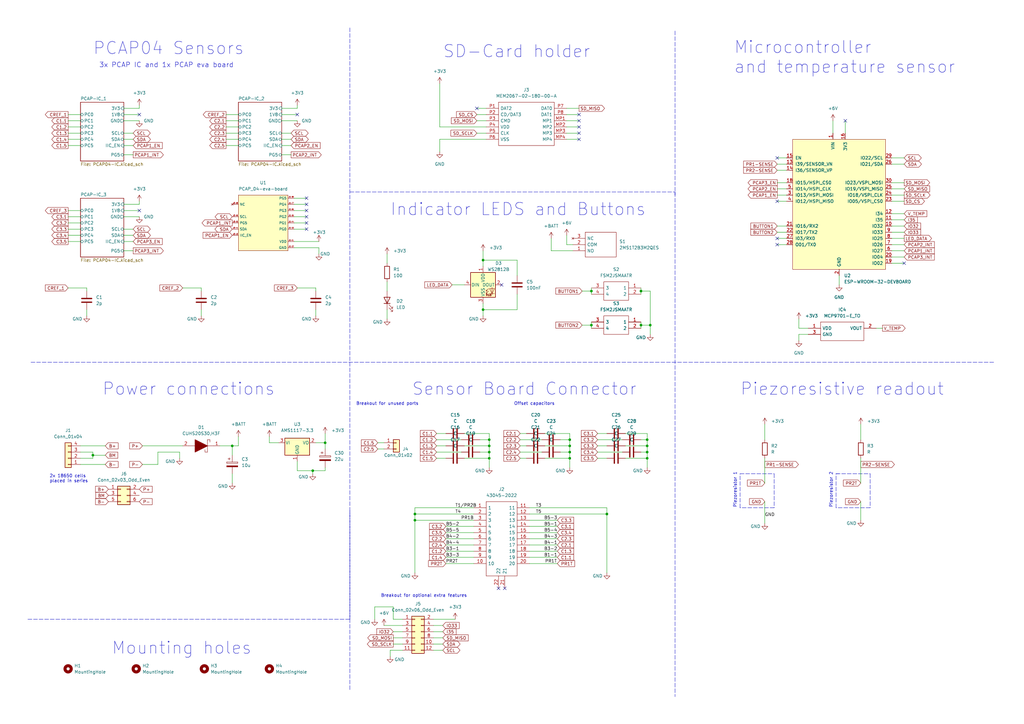
<source format=kicad_sch>
(kicad_sch (version 20211123) (generator eeschema)
  (paper "A3")
  (junction (at 200.66 187.96))
  (junction (at 233.68 187.96))
  (junction (at 265.43 182.88))
  (junction (at 233.68 182.88))
  (junction (at 262.89 133.35))
  (junction (at 265.43 180.34))
  (junction (at 170.18 213.36))
  (junction (at 233.68 185.42))
  (junction (at 262.89 119.38))
  (junction (at 248.92 210.82))
  (junction (at 200.66 185.42))
  (junction (at 95.25 182.88))
  (junction (at 266.7 133.35))
  (junction (at 200.66 180.34))
  (junction (at 233.68 180.34))
  (junction (at 133.35 181.61))
  (junction (at 265.43 185.42))
  (junction (at 198.12 127))
  (junction (at 128.27 193.04))
  (junction (at 198.12 106.68))
  (junction (at 265.43 187.96))
  (junction (at 170.18 210.82))
  (junction (at 38.1 186.69))
  (junction (at 200.66 182.88))
  (junction (at 242.57 133.35))
  (junction (at 242.57 119.38))
  (no_connect (at 205.74 116.84))
  (no_connect (at 318.77 82.55))
  (no_connect (at 346.71 49.53))
  (no_connect (at 318.77 64.77))
  (no_connect (at 318.77 97.79))
  (no_connect (at 318.77 100.33))
  (no_connect (at 237.49 54.61))
  (no_connect (at 237.49 57.15))
  (no_connect (at 237.49 52.07))
  (no_connect (at 237.49 49.53))
  (no_connect (at 121.92 46.99))
  (no_connect (at 57.15 46.99))
  (no_connect (at 57.15 86.36))
  (no_connect (at 237.49 46.99))
  (no_connect (at 195.58 44.45))
  (no_connect (at 125.73 93.98))
  (no_connect (at 125.73 83.82))
  (no_connect (at 125.73 81.28))
  (no_connect (at 125.73 91.44))
  (no_connect (at 125.73 88.9))
  (no_connect (at 125.73 86.36))
  (no_connect (at 370.84 107.95))
  (no_connect (at 207.01 241.3))
  (no_connect (at 204.47 241.3))
  (wire (pts (xy 327.66 139.7) (xy 327.66 137.16)))
  (wire (pts (xy 58.42 190.5) (xy 64.77 190.5)))
  (wire (pts (xy 313.69 187.96) (xy 313.69 198.12)))
  (wire (pts (xy 27.94 118.11) (xy 35.56 118.11)))
  (wire (pts (xy 248.92 208.28) (xy 248.92 210.82)))
  (wire (pts (xy 133.35 184.15) (xy 133.35 181.61)))
  (wire (pts (xy 27.94 54.61) (xy 33.02 54.61)))
  (wire (pts (xy 198.12 106.68) (xy 198.12 109.22)))
  (wire (pts (xy 38.1 186.69) (xy 43.18 186.69)))
  (wire (pts (xy 27.94 99.06) (xy 33.02 99.06)))
  (wire (pts (xy 318.77 95.25) (xy 322.58 95.25)))
  (wire (pts (xy 182.88 223.52) (xy 194.31 223.52)))
  (wire (pts (xy 50.8 88.9) (xy 57.15 88.9)))
  (polyline (pts (xy 342.9 208.28) (xy 342.9 194.31)))
  (polyline (pts (xy 356.87 194.31) (xy 356.87 208.28)))
  (wire (pts (xy 120.65 88.9) (xy 125.73 88.9)))
  (wire (pts (xy 120.65 91.44) (xy 125.73 91.44)))
  (wire (pts (xy 177.8 254) (xy 186.69 254)))
  (wire (pts (xy 318.77 69.85) (xy 322.58 69.85)))
  (wire (pts (xy 232.41 44.45) (xy 237.49 44.45)))
  (wire (pts (xy 217.17 215.9) (xy 228.6 215.9)))
  (wire (pts (xy 115.57 57.15) (xy 119.38 57.15)))
  (polyline (pts (xy 303.53 194.31) (xy 317.5 194.31)))
  (wire (pts (xy 229.87 180.34) (xy 233.68 180.34)))
  (wire (pts (xy 95.25 182.88) (xy 90.17 182.88)))
  (wire (pts (xy 238.76 119.38) (xy 242.57 119.38)))
  (wire (pts (xy 133.35 177.8) (xy 133.35 181.61)))
  (polyline (pts (xy 342.9 194.31) (xy 356.87 194.31)))
  (wire (pts (xy 35.56 127) (xy 35.56 129.54)))
  (wire (pts (xy 198.12 127) (xy 198.12 129.54)))
  (wire (pts (xy 195.58 54.61) (xy 199.39 54.61)))
  (wire (pts (xy 190.5 182.88) (xy 200.66 182.88)))
  (wire (pts (xy 161.29 264.16) (xy 165.1 264.16)))
  (wire (pts (xy 92.71 46.99) (xy 97.79 46.99)))
  (wire (pts (xy 256.54 177.8) (xy 265.43 177.8)))
  (wire (pts (xy 161.29 254) (xy 161.29 248.92)))
  (wire (pts (xy 232.41 54.61) (xy 237.49 54.61)))
  (wire (pts (xy 232.41 96.52) (xy 232.41 100.33)))
  (wire (pts (xy 233.68 187.96) (xy 233.68 191.77)))
  (wire (pts (xy 200.66 185.42) (xy 200.66 187.96)))
  (polyline (pts (xy 276.86 78.74) (xy 276.86 80.01)))
  (wire (pts (xy 92.71 52.07) (xy 97.79 52.07)))
  (wire (pts (xy 232.41 49.53) (xy 237.49 49.53)))
  (wire (pts (xy 365.76 67.31) (xy 370.84 67.31)))
  (wire (pts (xy 232.41 52.07) (xy 237.49 52.07)))
  (wire (pts (xy 179.07 180.34) (xy 189.23 180.34)))
  (wire (pts (xy 226.06 102.87) (xy 226.06 97.79)))
  (wire (pts (xy 265.43 187.96) (xy 265.43 191.77)))
  (polyline (pts (xy 317.5 208.28) (xy 303.53 208.28)))
  (polyline (pts (xy 143.51 78.74) (xy 276.86 78.74)))
  (wire (pts (xy 177.8 259.08) (xy 181.61 259.08)))
  (wire (pts (xy 120.65 83.82) (xy 125.73 83.82)))
  (wire (pts (xy 92.71 49.53) (xy 97.79 49.53)))
  (wire (pts (xy 365.76 100.33) (xy 370.84 100.33)))
  (wire (pts (xy 27.94 91.44) (xy 33.02 91.44)))
  (wire (pts (xy 121.92 193.04) (xy 128.27 193.04)))
  (wire (pts (xy 27.94 49.53) (xy 33.02 49.53)))
  (wire (pts (xy 248.92 210.82) (xy 248.92 234.95)))
  (wire (pts (xy 327.66 130.81) (xy 327.66 134.62)))
  (wire (pts (xy 161.29 248.92) (xy 153.67 248.92)))
  (wire (pts (xy 232.41 57.15) (xy 237.49 57.15)))
  (wire (pts (xy 365.76 107.95) (xy 370.84 107.95)))
  (wire (pts (xy 115.57 59.69) (xy 119.38 59.69)))
  (polyline (pts (xy 143.51 254) (xy 143.51 209.55)))
  (wire (pts (xy 179.07 187.96) (xy 182.88 187.96)))
  (wire (pts (xy 182.88 215.9) (xy 194.31 215.9)))
  (wire (pts (xy 318.77 82.55) (xy 322.58 82.55)))
  (wire (pts (xy 212.09 127) (xy 198.12 127)))
  (wire (pts (xy 262.89 180.34) (xy 265.43 180.34)))
  (wire (pts (xy 212.09 106.68) (xy 198.12 106.68)))
  (wire (pts (xy 180.34 62.23) (xy 180.34 57.15)))
  (wire (pts (xy 35.56 118.11) (xy 35.56 119.38)))
  (wire (pts (xy 170.18 213.36) (xy 170.18 234.95)))
  (wire (pts (xy 170.18 208.28) (xy 170.18 210.82)))
  (wire (pts (xy 182.88 226.06) (xy 194.31 226.06)))
  (wire (pts (xy 262.89 133.35) (xy 266.7 133.35)))
  (polyline (pts (xy 303.53 208.28) (xy 303.53 194.31)))
  (wire (pts (xy 242.57 133.35) (xy 242.57 134.62)))
  (wire (pts (xy 92.71 54.61) (xy 97.79 54.61)))
  (wire (pts (xy 318.77 80.01) (xy 322.58 80.01)))
  (wire (pts (xy 365.76 92.71) (xy 370.84 92.71)))
  (wire (pts (xy 365.76 90.17) (xy 370.84 90.17)))
  (polyline (pts (xy 143.51 11.43) (xy 143.51 283.21)))
  (wire (pts (xy 266.7 133.35) (xy 266.7 137.16)))
  (wire (pts (xy 190.5 187.96) (xy 200.66 187.96)))
  (wire (pts (xy 265.43 177.8) (xy 265.43 180.34)))
  (wire (pts (xy 121.92 44.45) (xy 115.57 44.45)))
  (wire (pts (xy 359.41 134.62) (xy 361.95 134.62)))
  (wire (pts (xy 233.68 182.88) (xy 233.68 185.42)))
  (wire (pts (xy 115.57 63.5) (xy 119.38 63.5)))
  (polyline (pts (xy 356.87 208.28) (xy 342.9 208.28)))
  (wire (pts (xy 245.11 187.96) (xy 248.92 187.96)))
  (wire (pts (xy 177.8 256.54) (xy 181.61 256.54)))
  (wire (pts (xy 262.89 118.11) (xy 262.89 119.38)))
  (wire (pts (xy 195.58 46.99) (xy 199.39 46.99)))
  (wire (pts (xy 245.11 180.34) (xy 255.27 180.34)))
  (wire (pts (xy 265.43 180.34) (xy 265.43 182.88)))
  (wire (pts (xy 27.94 93.98) (xy 33.02 93.98)))
  (wire (pts (xy 129.54 118.11) (xy 129.54 119.38)))
  (wire (pts (xy 266.7 119.38) (xy 262.89 119.38)))
  (wire (pts (xy 128.27 193.04) (xy 128.27 194.31)))
  (wire (pts (xy 57.15 43.18) (xy 57.15 44.45)))
  (wire (pts (xy 353.06 173.99) (xy 353.06 180.34)))
  (wire (pts (xy 130.81 101.6) (xy 120.65 101.6)))
  (wire (pts (xy 266.7 119.38) (xy 266.7 133.35)))
  (wire (pts (xy 233.68 180.34) (xy 233.68 182.88)))
  (wire (pts (xy 177.8 261.62) (xy 181.61 261.62)))
  (wire (pts (xy 179.07 185.42) (xy 189.23 185.42)))
  (wire (pts (xy 245.11 182.88) (xy 248.92 182.88)))
  (wire (pts (xy 265.43 182.88) (xy 265.43 185.42)))
  (wire (pts (xy 153.67 248.92) (xy 153.67 254)))
  (wire (pts (xy 182.88 228.6) (xy 194.31 228.6)))
  (wire (pts (xy 200.66 180.34) (xy 200.66 182.88)))
  (wire (pts (xy 217.17 231.14) (xy 228.6 231.14)))
  (wire (pts (xy 213.36 187.96) (xy 215.9 187.96)))
  (wire (pts (xy 245.11 185.42) (xy 255.27 185.42)))
  (wire (pts (xy 346.71 49.53) (xy 346.71 54.61)))
  (wire (pts (xy 365.76 97.79) (xy 370.84 97.79)))
  (wire (pts (xy 213.36 180.34) (xy 222.25 180.34)))
  (wire (pts (xy 313.69 205.74) (xy 313.69 214.63)))
  (wire (pts (xy 120.65 93.98) (xy 125.73 93.98)))
  (wire (pts (xy 121.92 43.18) (xy 121.92 44.45)))
  (wire (pts (xy 92.71 57.15) (xy 97.79 57.15)))
  (wire (pts (xy 97.79 179.07) (xy 97.79 182.88)))
  (wire (pts (xy 318.77 74.93) (xy 322.58 74.93)))
  (wire (pts (xy 133.35 181.61) (xy 129.54 181.61)))
  (wire (pts (xy 327.66 137.16) (xy 331.47 137.16)))
  (wire (pts (xy 82.55 127) (xy 82.55 129.54)))
  (wire (pts (xy 196.85 185.42) (xy 200.66 185.42)))
  (wire (pts (xy 33.02 182.88) (xy 43.18 182.88)))
  (wire (pts (xy 129.54 127) (xy 129.54 129.54)))
  (wire (pts (xy 120.65 86.36) (xy 125.73 86.36)))
  (wire (pts (xy 50.8 96.52) (xy 54.61 96.52)))
  (wire (pts (xy 50.8 54.61) (xy 54.61 54.61)))
  (wire (pts (xy 27.94 59.69) (xy 33.02 59.69)))
  (wire (pts (xy 262.89 185.42) (xy 265.43 185.42)))
  (wire (pts (xy 365.76 102.87) (xy 370.84 102.87)))
  (wire (pts (xy 165.1 254) (xy 161.29 254)))
  (wire (pts (xy 256.54 182.88) (xy 265.43 182.88)))
  (wire (pts (xy 318.77 92.71) (xy 322.58 92.71)))
  (wire (pts (xy 170.18 210.82) (xy 170.18 213.36)))
  (wire (pts (xy 38.1 186.69) (xy 38.1 185.42)))
  (wire (pts (xy 110.49 179.07) (xy 110.49 181.61)))
  (wire (pts (xy 50.8 93.98) (xy 54.61 93.98)))
  (wire (pts (xy 195.58 44.45) (xy 199.39 44.45)))
  (wire (pts (xy 73.66 187.96) (xy 73.66 185.42)))
  (wire (pts (xy 33.02 187.96) (xy 38.1 187.96)))
  (wire (pts (xy 57.15 83.82) (xy 50.8 83.82)))
  (wire (pts (xy 200.66 177.8) (xy 200.66 180.34)))
  (wire (pts (xy 182.88 220.98) (xy 194.31 220.98)))
  (wire (pts (xy 177.8 264.16) (xy 181.61 264.16)))
  (wire (pts (xy 262.89 119.38) (xy 262.89 120.65)))
  (wire (pts (xy 115.57 46.99) (xy 121.92 46.99)))
  (wire (pts (xy 160.02 266.7) (xy 165.1 266.7)))
  (wire (pts (xy 217.17 223.52) (xy 228.6 223.52)))
  (wire (pts (xy 120.65 81.28) (xy 125.73 81.28)))
  (wire (pts (xy 50.8 86.36) (xy 57.15 86.36)))
  (wire (pts (xy 256.54 187.96) (xy 265.43 187.96)))
  (wire (pts (xy 180.34 34.29) (xy 180.34 52.07)))
  (wire (pts (xy 161.29 259.08) (xy 165.1 259.08)))
  (wire (pts (xy 57.15 82.55) (xy 57.15 83.82)))
  (wire (pts (xy 160.02 269.24) (xy 160.02 266.7)))
  (wire (pts (xy 92.71 59.69) (xy 97.79 59.69)))
  (polyline (pts (xy 12.7 148.59) (xy 407.67 148.59)))
  (wire (pts (xy 27.94 96.52) (xy 33.02 96.52)))
  (wire (pts (xy 158.75 104.14) (xy 158.75 107.95)))
  (wire (pts (xy 158.75 127) (xy 158.75 130.81)))
  (wire (pts (xy 365.76 105.41) (xy 370.84 105.41)))
  (wire (pts (xy 195.58 49.53) (xy 199.39 49.53)))
  (wire (pts (xy 245.11 177.8) (xy 248.92 177.8)))
  (wire (pts (xy 353.06 187.96) (xy 353.06 198.12)))
  (wire (pts (xy 223.52 177.8) (xy 233.68 177.8)))
  (wire (pts (xy 318.77 100.33) (xy 322.58 100.33)))
  (wire (pts (xy 198.12 124.46) (xy 198.12 127)))
  (wire (pts (xy 242.57 118.11) (xy 242.57 119.38)))
  (wire (pts (xy 242.57 132.08) (xy 242.57 133.35)))
  (wire (pts (xy 365.76 64.77) (xy 370.84 64.77)))
  (wire (pts (xy 182.88 218.44) (xy 194.31 218.44)))
  (wire (pts (xy 344.17 113.03) (xy 344.17 116.84)))
  (wire (pts (xy 27.94 52.07) (xy 33.02 52.07)))
  (wire (pts (xy 157.48 256.54) (xy 165.1 256.54)))
  (wire (pts (xy 223.52 187.96) (xy 233.68 187.96)))
  (wire (pts (xy 180.34 57.15) (xy 199.39 57.15)))
  (wire (pts (xy 180.34 52.07) (xy 199.39 52.07)))
  (wire (pts (xy 50.8 46.99) (xy 57.15 46.99)))
  (wire (pts (xy 365.76 82.55) (xy 370.84 82.55)))
  (wire (pts (xy 133.35 191.77) (xy 133.35 193.04)))
  (wire (pts (xy 27.94 57.15) (xy 33.02 57.15)))
  (wire (pts (xy 121.92 118.11) (xy 129.54 118.11)))
  (wire (pts (xy 97.79 182.88) (xy 95.25 182.88)))
  (wire (pts (xy 200.66 182.88) (xy 200.66 185.42)))
  (wire (pts (xy 262.89 132.08) (xy 262.89 133.35)))
  (wire (pts (xy 58.42 182.88) (xy 74.93 182.88)))
  (wire (pts (xy 57.15 44.45) (xy 50.8 44.45)))
  (wire (pts (xy 233.68 185.42) (xy 233.68 187.96)))
  (wire (pts (xy 242.57 119.38) (xy 242.57 120.65)))
  (wire (pts (xy 223.52 182.88) (xy 233.68 182.88)))
  (wire (pts (xy 212.09 113.03) (xy 212.09 106.68)))
  (wire (pts (xy 64.77 190.5) (xy 64.77 185.42)))
  (wire (pts (xy 130.81 104.14) (xy 130.81 101.6)))
  (wire (pts (xy 115.57 49.53) (xy 121.92 49.53)))
  (wire (pts (xy 217.17 218.44) (xy 228.6 218.44)))
  (wire (pts (xy 50.8 63.5) (xy 54.61 63.5)))
  (wire (pts (xy 74.93 118.11) (xy 82.55 118.11)))
  (wire (pts (xy 365.76 77.47) (xy 370.84 77.47)))
  (wire (pts (xy 365.76 87.63) (xy 370.84 87.63)))
  (wire (pts (xy 229.87 185.42) (xy 233.68 185.42)))
  (wire (pts (xy 232.41 46.99) (xy 237.49 46.99)))
  (wire (pts (xy 200.66 187.96) (xy 200.66 191.77)))
  (wire (pts (xy 182.88 231.14) (xy 194.31 231.14)))
  (wire (pts (xy 38.1 187.96) (xy 38.1 186.69)))
  (wire (pts (xy 196.85 180.34) (xy 200.66 180.34)))
  (wire (pts (xy 27.94 46.99) (xy 33.02 46.99)))
  (wire (pts (xy 213.36 182.88) (xy 215.9 182.88)))
  (wire (pts (xy 217.17 213.36) (xy 228.6 213.36)))
  (wire (pts (xy 365.76 74.93) (xy 370.84 74.93)))
  (wire (pts (xy 198.12 102.87) (xy 198.12 106.68)))
  (wire (pts (xy 262.89 133.35) (xy 262.89 134.62)))
  (wire (pts (xy 38.1 185.42) (xy 33.02 185.42)))
  (wire (pts (xy 265.43 185.42) (xy 265.43 187.96)))
  (wire (pts (xy 217.17 208.28) (xy 248.92 208.28)))
  (wire (pts (xy 318.77 77.47) (xy 322.58 77.47)))
  (wire (pts (xy 64.77 185.42) (xy 73.66 185.42)))
  (wire (pts (xy 50.8 59.69) (xy 54.61 59.69)))
  (wire (pts (xy 213.36 177.8) (xy 215.9 177.8)))
  (wire (pts (xy 365.76 80.01) (xy 370.84 80.01)))
  (wire (pts (xy 341.63 49.53) (xy 341.63 54.61)))
  (wire (pts (xy 27.94 86.36) (xy 33.02 86.36)))
  (wire (pts (xy 110.49 181.61) (xy 114.3 181.61)))
  (wire (pts (xy 313.69 173.99) (xy 313.69 180.34)))
  (wire (pts (xy 177.8 266.7) (xy 181.61 266.7)))
  (wire (pts (xy 120.65 99.06) (xy 130.81 99.06)))
  (wire (pts (xy 50.8 57.15) (xy 54.61 57.15)))
  (wire (pts (xy 318.77 64.77) (xy 322.58 64.77)))
  (wire (pts (xy 33.02 190.5) (xy 43.18 190.5)))
  (wire (pts (xy 234.95 100.33) (xy 232.41 100.33)))
  (wire (pts (xy 133.35 193.04) (xy 128.27 193.04)))
  (wire (pts (xy 318.77 67.31) (xy 322.58 67.31)))
  (wire (pts (xy 170.18 213.36) (xy 194.31 213.36)))
  (wire (pts (xy 82.55 118.11) (xy 82.55 119.38)))
  (wire (pts (xy 238.76 133.35) (xy 242.57 133.35)))
  (wire (pts (xy 50.8 102.87) (xy 54.61 102.87)))
  (wire (pts (xy 154.94 184.15) (xy 157.48 184.15)))
  (wire (pts (xy 95.25 194.31) (xy 95.25 198.12)))
  (wire (pts (xy 327.66 134.62) (xy 331.47 134.62)))
  (polyline (pts (xy 276.86 12.7) (xy 276.86 285.75)))
  (wire (pts (xy 27.94 88.9) (xy 33.02 88.9)))
  (wire (pts (xy 170.18 208.28) (xy 194.31 208.28)))
  (wire (pts (xy 50.8 49.53) (xy 57.15 49.53)))
  (polyline (pts (xy 342.9 194.31) (xy 344.17 194.31)))
  (wire (pts (xy 154.94 181.61) (xy 157.48 181.61)))
  (wire (pts (xy 213.36 185.42) (xy 222.25 185.42)))
  (wire (pts (xy 158.75 115.57) (xy 158.75 119.38)))
  (wire (pts (xy 95.25 182.88) (xy 95.25 186.69)))
  (wire (pts (xy 190.5 177.8) (xy 200.66 177.8)))
  (wire (pts (xy 217.17 226.06) (xy 228.6 226.06)))
  (wire (pts (xy 50.8 99.06) (xy 54.61 99.06)))
  (wire (pts (xy 179.07 182.88) (xy 182.88 182.88)))
  (wire (pts (xy 185.42 116.84) (xy 190.5 116.84)))
  (wire (pts (xy 170.18 210.82) (xy 194.31 210.82)))
  (wire (pts (xy 318.77 97.79) (xy 322.58 97.79)))
  (wire (pts (xy 161.29 261.62) (xy 165.1 261.62)))
  (wire (pts (xy 365.76 95.25) (xy 370.84 95.25)))
  (wire (pts (xy 233.68 177.8) (xy 233.68 180.34)))
  (wire (pts (xy 121.92 189.23) (xy 121.92 193.04)))
  (wire (pts (xy 212.09 120.65) (xy 212.09 127)))
  (polyline (pts (xy 317.5 194.31) (xy 317.5 208.28)))
  (polyline (pts (xy 11.43 254) (xy 143.51 254)))
  (wire (pts (xy 217.17 220.98) (xy 228.6 220.98)))
  (wire (pts (xy 179.07 177.8) (xy 182.88 177.8)))
  (wire (pts (xy 217.17 228.6) (xy 228.6 228.6)))
  (wire (pts (xy 248.92 210.82) (xy 217.17 210.82)))
  (wire (pts (xy 115.57 54.61) (xy 119.38 54.61)))
  (wire (pts (xy 226.06 102.87) (xy 234.95 102.87)))
  (wire (pts (xy 353.06 205.74) (xy 353.06 213.36)))
  (text "Power connections" (at 41.91 162.56 0) (effects (font (size 5 5)) (justify left bottom)))
  (text "Mounting holes\n\n" (at 45.72 276.86 0) (effects (font (size 5 5)) (justify left bottom)))
  (text "Breakout for unused ports" (at 146.05 166.37 0) (effects (font (size 1.27 1.27)) (justify left bottom)))
  (text "Indicator LEDS and Buttons" (at 160.02 88.9 0) (effects (font (size 5 5)) (justify left bottom)))
  (text "Offset capacitors" (at 210.82 166.37 0) (effects (font (size 1.27 1.27)) (justify left bottom)))
  (text "2x 18650 cells\nplaced in series" (at 20.32 198.12 0) (effects (font (size 1.27 1.27)) (justify left bottom)))
  (text "Piezoresistor 1" (at 302.26 208.28 90) (effects (font (size 1.27 1.27)) (justify left bottom)))
  (text "Sensor Board Connector" (at 168.91 162.56 0) (effects (font (size 5 5)) (justify left bottom)))
  (text "PCAP04 Sensors" (at 38.1 22.86 0) (effects (font (size 5 5)) (justify left bottom)))
  (text "SD-Card holder" (at 181.61 24.13 0) (effects (font (size 5 5)) (justify left bottom)))
  (text "Breakout for optional extra features" (at 156.21 245.11 0) (effects (font (size 1.27 1.27)) (justify left bottom)))
  (text "Piezoresistive readout" (at 303.53 162.56 0) (effects (font (size 5 5)) (justify left bottom)))
  (text "3x PCAP IC and 1x PCAP eva board" (at 40.64 27.94 0) (effects (font (size 2 2)) (justify left bottom)))
  (text "Piezoresistor 2" (at 341.63 208.28 90) (effects (font (size 1.27 1.27)) (justify left bottom)))
  (text "Microcontroller\nand temperature sensor" (at 300.99 30.48 0) (effects (font (size 5 5)) (justify left bottom)))
  (label "PR2T" (at 182.88 231.14 0))
  (label "B4-1" (at 228.6 223.52 180))
  (label "T4" (at 186.69 210.82 0))
  (label "B1-1" (at 228.6 228.6 180))
  (label "B4-4" (at 182.88 223.52 0))
  (label "T3" (at 219.71 208.28 0))
  (label "PR1T" (at 223.52 231.14 0))
  (label "B4-3" (at 228.6 220.98 180))
  (label "B4-2" (at 182.88 220.98 0))
  (label "PR1B" (at 194.31 213.36 180))
  (label "T5" (at 219.71 210.82 0))
  (label "B3-1" (at 182.88 226.06 0))
  (label "GND" (at 313.69 212.09 0))
  (label "B3-2" (at 228.6 226.06 180))
  (label "B5-1" (at 228.6 215.9 180))
  (label "B5-5" (at 182.88 218.44 0))
  (label "B5-4" (at 228.6 218.44 180))
  (label "B5-2" (at 182.88 215.9 0))
  (label "T1{slash}PR2B" (at 186.69 208.28 0))
  (label "B3-3" (at 182.88 228.6 0))
  (label "B5-3" (at 228.6 213.36 180))
  (global_label "C3.2" (shape input) (at 182.88 215.9 180) (property "Intersheet References" "${INTERSHEET_REFS}" (effects hide)))
  (global_label "IO33" (shape input) (at 370.84 95.25 0) (property "Intersheet References" "${INTERSHEET_REFS}" (effects hide)))
  (global_label "C1.2" (shape input) (at 179.07 180.34 180) (property "Intersheet References" "${INTERSHEET_REFS}" (effects hide)))
  (global_label "PCAP3_INT" (shape output) (at 54.61 102.87 0) (property "Intersheet References" "${INTERSHEET_REFS}" (effects hide)))
  (global_label "SDA" (shape bidirectional) (at 54.61 96.52 0) (property "Intersheet References" "${INTERSHEET_REFS}" (effects hide)))
  (global_label "C3.2" (shape input) (at 245.11 180.34 180) (property "Intersheet References" "${INTERSHEET_REFS}" (effects hide)))
  (global_label "C2.2" (shape input) (at 182.88 220.98 180) (property "Intersheet References" "${INTERSHEET_REFS}" (effects hide)))
  (global_label "C2.1" (shape output) (at 92.71 49.53 180) (property "Intersheet References" "${INTERSHEET_REFS}" (effects hide)))
  (global_label "C1.4" (shape input) (at 179.07 185.42 180) (property "Intersheet References" "${INTERSHEET_REFS}" (effects hide)))
  (global_label "CREF_3" (shape input) (at 121.92 118.11 180) (property "Intersheet References" "${INTERSHEET_REFS}" (effects hide)))
  (global_label "P-" (shape input) (at 58.42 190.5 180) (property "Intersheet References" "${INTERSHEET_REFS}" (effects hide)))
  (global_label "SD_MISO" (shape input) (at 370.84 77.47 0) (property "Intersheet References" "${INTERSHEET_REFS}" (effects hide)))
  (global_label "PCAP2_EN" (shape input) (at 119.38 59.69 0) (property "Intersheet References" "${INTERSHEET_REFS}" (effects hide)))
  (global_label "PR1T" (shape input) (at 313.69 198.12 180) (property "Intersheet References" "${INTERSHEET_REFS}" (effects hide)))
  (global_label "PCAP3_INT" (shape input) (at 370.84 105.41 0) (property "Intersheet References" "${INTERSHEET_REFS}" (effects hide)))
  (global_label "C2.4" (shape output) (at 92.71 57.15 180) (property "Intersheet References" "${INTERSHEET_REFS}" (effects hide)))
  (global_label "SD_MISO" (shape input) (at 181.61 261.62 0) (property "Intersheet References" "${INTERSHEET_REFS}" (effects hide)))
  (global_label "V_TEMP" (shape output) (at 361.95 134.62 0) (property "Intersheet References" "${INTERSHEET_REFS}" (effects hide)))
  (global_label "BM" (shape input) (at 44.45 203.2 180) (property "Intersheet References" "${INTERSHEET_REFS}" (effects hide)))
  (global_label "C1.5" (shape input) (at 154.94 181.61 180) (property "Intersheet References" "${INTERSHEET_REFS}" (effects hide)))
  (global_label "PR1-SENSE" (shape input) (at 318.77 67.31 180) (property "Intersheet References" "${INTERSHEET_REFS}" (effects hide)))
  (global_label "P-" (shape input) (at 57.15 205.74 0) (property "Intersheet References" "${INTERSHEET_REFS}" (effects hide)))
  (global_label "SDA" (shape bidirectional) (at 54.61 57.15 0) (property "Intersheet References" "${INTERSHEET_REFS}" (effects hide)))
  (global_label "I35" (shape input) (at 181.61 259.08 0) (property "Intersheet References" "${INTERSHEET_REFS}" (effects hide)))
  (global_label "PCAP1_EN" (shape input) (at 95.25 96.52 180) (property "Intersheet References" "${INTERSHEET_REFS}" (effects hide)))
  (global_label "C3.3" (shape output) (at 27.94 93.98 180) (property "Intersheet References" "${INTERSHEET_REFS}" (effects hide)))
  (global_label "C2.1" (shape input) (at 228.6 223.52 0) (property "Intersheet References" "${INTERSHEET_REFS}" (effects hide)))
  (global_label "C2.3" (shape output) (at 92.71 54.61 180) (property "Intersheet References" "${INTERSHEET_REFS}" (effects hide)))
  (global_label "SCL" (shape bidirectional) (at 370.84 64.77 0) (property "Intersheet References" "${INTERSHEET_REFS}" (effects hide)))
  (global_label "PR2-SENSE" (shape output) (at 353.06 190.5 0) (property "Intersheet References" "${INTERSHEET_REFS}" (effects hide)))
  (global_label "PR2-SENSE" (shape input) (at 318.77 69.85 180) (property "Intersheet References" "${INTERSHEET_REFS}" (effects hide)))
  (global_label "PCAP2_INT" (shape output) (at 119.38 63.5 0) (property "Intersheet References" "${INTERSHEET_REFS}" (effects hide)))
  (global_label "SD_CS" (shape output) (at 370.84 82.55 0) (property "Intersheet References" "${INTERSHEET_REFS}" (effects hide)))
  (global_label "BUTTON1" (shape input) (at 318.77 92.71 180) (property "Intersheet References" "${INTERSHEET_REFS}" (effects hide)))
  (global_label "SD_MOSI" (shape output) (at 370.84 74.93 0) (property "Intersheet References" "${INTERSHEET_REFS}" (effects hide)))
  (global_label "GND" (shape input) (at 353.06 205.74 180) (property "Intersheet References" "${INTERSHEET_REFS}" (effects hide)))
  (global_label "PCAP1_INT" (shape output) (at 54.61 63.5 0) (property "Intersheet References" "${INTERSHEET_REFS}" (effects hide)))
  (global_label "C3.1" (shape output) (at 27.94 88.9 180) (property "Intersheet References" "${INTERSHEET_REFS}" (effects hide)))
  (global_label "BM" (shape input) (at 43.18 186.69 0) (property "Intersheet References" "${INTERSHEET_REFS}" (effects hide)))
  (global_label "BUTTON1" (shape input) (at 238.76 119.38 180) (property "Intersheet References" "${INTERSHEET_REFS}" (effects hide)))
  (global_label "C2.2" (shape input) (at 213.36 180.34 180) (property "Intersheet References" "${INTERSHEET_REFS}" (effects hide)))
  (global_label "C1.3" (shape input) (at 179.07 182.88 180) (property "Intersheet References" "${INTERSHEET_REFS}" (effects hide)))
  (global_label "C2.3" (shape input) (at 213.36 182.88 180) (property "Intersheet References" "${INTERSHEET_REFS}" (effects hide)))
  (global_label "B-" (shape input) (at 44.45 205.74 180) (property "Intersheet References" "${INTERSHEET_REFS}" (effects hide)))
  (global_label "PR2T" (shape input) (at 353.06 198.12 180) (property "Intersheet References" "${INTERSHEET_REFS}" (effects hide)))
  (global_label "C2.5" (shape output) (at 92.71 59.69 180) (property "Intersheet References" "${INTERSHEET_REFS}" (effects hide)))
  (global_label "C3.4" (shape input) (at 245.11 185.42 180) (property "Intersheet References" "${INTERSHEET_REFS}" (effects hide)))
  (global_label "SCL" (shape bidirectional) (at 54.61 93.98 0) (property "Intersheet References" "${INTERSHEET_REFS}" (effects hide)))
  (global_label "CREF_2" (shape input) (at 74.93 118.11 180) (property "Intersheet References" "${INTERSHEET_REFS}" (effects hide)))
  (global_label "SCL" (shape bidirectional) (at 119.38 54.61 0) (property "Intersheet References" "${INTERSHEET_REFS}" (effects hide)))
  (global_label "C3.5" (shape input) (at 245.11 187.96 180) (property "Intersheet References" "${INTERSHEET_REFS}" (effects hide)))
  (global_label "C2.3" (shape input) (at 228.6 220.98 0) (property "Intersheet References" "${INTERSHEET_REFS}" (effects hide)))
  (global_label "CREF_2" (shape output) (at 92.71 46.99 180) (property "Intersheet References" "${INTERSHEET_REFS}" (effects hide)))
  (global_label "C3.4" (shape input) (at 228.6 218.44 0) (property "Intersheet References" "${INTERSHEET_REFS}" (effects hide)))
  (global_label "C3.5" (shape input) (at 182.88 218.44 180) (property "Intersheet References" "${INTERSHEET_REFS}" (effects hide)))
  (global_label "PR1-SENSE" (shape output) (at 313.69 190.5 0) (property "Intersheet References" "${INTERSHEET_REFS}" (effects hide)))
  (global_label "PCAP1_INT" (shape input) (at 370.84 102.87 0) (property "Intersheet References" "${INTERSHEET_REFS}" (effects hide)))
  (global_label "PCAP3_EN" (shape input) (at 54.61 99.06 0) (property "Intersheet References" "${INTERSHEET_REFS}" (effects hide)))
  (global_label "C3.3" (shape input) (at 245.11 182.88 180) (property "Intersheet References" "${INTERSHEET_REFS}" (effects hide)))
  (global_label "I35" (shape input) (at 370.84 90.17 0) (property "Intersheet References" "${INTERSHEET_REFS}" (effects hide)))
  (global_label "C2.1" (shape input) (at 213.36 177.8 180) (property "Intersheet References" "${INTERSHEET_REFS}" (effects hide)))
  (global_label "C1.1" (shape input) (at 179.07 177.8 180) (property "Intersheet References" "${INTERSHEET_REFS}" (effects hide)))
  (global_label "IO33" (shape input) (at 181.61 256.54 0) (property "Intersheet References" "${INTERSHEET_REFS}" (effects hide)))
  (global_label "C1.4" (shape output) (at 27.94 57.15 180) (property "Intersheet References" "${INTERSHEET_REFS}" (effects hide)))
  (global_label "SDA" (shape bidirectional) (at 370.84 67.31 0) (property "Intersheet References" "${INTERSHEET_REFS}" (effects hide)))
  (global_label "CREF_1" (shape input) (at 27.94 118.11 180) (property "Intersheet References" "${INTERSHEET_REFS}" (effects hide)))
  (global_label "IO32" (shape input) (at 161.29 259.08 180) (property "Intersheet References" "${INTERSHEET_REFS}" (effects hide)))
  (global_label "C2.4" (shape input) (at 213.36 185.42 180) (property "Intersheet References" "${INTERSHEET_REFS}" (effects hide)))
  (global_label "V_TEMP" (shape input) (at 370.84 87.63 0) (property "Intersheet References" "${INTERSHEET_REFS}" (effects hide)))
  (global_label "P+" (shape input) (at 57.15 200.66 0) (property "Intersheet References" "${INTERSHEET_REFS}" (effects hide)))
  (global_label "LED_DATA" (shape input) (at 185.42 116.84 180) (property "Intersheet References" "${INTERSHEET_REFS}" (effects hide)))
  (global_label "SD_SCLK" (shape output) (at 161.29 264.16 180) (property "Intersheet References" "${INTERSHEET_REFS}" (effects hide)))
  (global_label "C2.5" (shape input) (at 154.94 184.15 180) (property "Intersheet References" "${INTERSHEET_REFS}" (effects hide)))
  (global_label "B-" (shape input) (at 43.18 190.5 0) (property "Intersheet References" "${INTERSHEET_REFS}" (effects hide)))
  (global_label "C1.5" (shape input) (at 179.07 187.96 180) (property "Intersheet References" "${INTERSHEET_REFS}" (effects hide)))
  (global_label "C2.5" (shape input) (at 213.36 187.96 180) (property "Intersheet References" "${INTERSHEET_REFS}" (effects hide)))
  (global_label "GND" (shape input) (at 313.69 205.74 180) (property "Intersheet References" "${INTERSHEET_REFS}" (effects hide)))
  (global_label "C1.1" (shape output) (at 27.94 49.53 180) (property "Intersheet References" "${INTERSHEET_REFS}" (effects hide)))
  (global_label "C3.1" (shape input) (at 245.11 177.8 180) (property "Intersheet References" "${INTERSHEET_REFS}" (effects hide)))
  (global_label "CREF_3" (shape output) (at 27.94 86.36 180) (property "Intersheet References" "${INTERSHEET_REFS}" (effects hide)))
  (global_label "PCAP1_INT" (shape output) (at 95.25 91.44 180) (property "Intersheet References" "${INTERSHEET_REFS}" (effects hide)))
  (global_label "C3.3" (shape input) (at 228.6 213.36 0) (property "Intersheet References" "${INTERSHEET_REFS}" (effects hide)))
  (global_label "C1.1" (shape input) (at 228.6 228.6 0) (property "Intersheet References" "${INTERSHEET_REFS}" (effects hide)))
  (global_label "SD_MOSI" (shape input) (at 195.58 49.53 180) (property "Intersheet References" "${INTERSHEET_REFS}" (effects hide)))
  (global_label "C1.3" (shape input) (at 228.6 226.06 0) (property "Intersheet References" "${INTERSHEET_REFS}" (effects hide)))
  (global_label "CREF_1" (shape output) (at 27.94 46.99 180) (property "Intersheet References" "${INTERSHEET_REFS}" (effects hide)))
  (global_label "C2.2" (shape output) (at 92.71 52.07 180) (property "Intersheet References" "${INTERSHEET_REFS}" (effects hide)))
  (global_label "PCAP1_EN" (shape input) (at 54.61 59.69 0) (property "Intersheet References" "${INTERSHEET_REFS}" (effects hide)))
  (global_label "PR2T" (shape input) (at 182.88 231.14 180) (property "Intersheet References" "${INTERSHEET_REFS}" (effects hide)))
  (global_label "IO32" (shape input) (at 370.84 92.71 0) (property "Intersheet References" "${INTERSHEET_REFS}" (effects hide)))
  (global_label "SDA" (shape bidirectional) (at 119.38 57.15 0) (property "Intersheet References" "${INTERSHEET_REFS}" (effects hide)))
  (global_label "C3.1" (shape input) (at 228.6 215.9 0) (property "Intersheet References" "${INTERSHEET_REFS}" (effects hide)))
  (global_label "PCAP2_INT" (shape input) (at 370.84 100.33 0) (property "Intersheet References" "${INTERSHEET_REFS}" (effects hide)))
  (global_label "SDA" (shape bidirectional) (at 95.25 93.98 180) (property "Intersheet References" "${INTERSHEET_REFS}" (effects hide)))
  (global_label "C1.5" (shape output) (at 27.94 59.69 180) (property "Intersheet References" "${INTERSHEET_REFS}" (effects hide)))
  (global_label "SCL" (shape bidirectional) (at 95.25 88.9 180) (property "Intersheet References" "${INTERSHEET_REFS}" (effects hide)))
  (global_label "C1.4" (shape input) (at 182.88 228.6 180) (property "Intersheet References" "${INTERSHEET_REFS}" (effects hide)))
  (global_label "SCL" (shape bidirectional) (at 54.61 54.61 0) (property "Intersheet References" "${INTERSHEET_REFS}" (effects hide)))
  (global_label "SD_CS" (shape input) (at 195.58 46.99 180) (property "Intersheet References" "${INTERSHEET_REFS}" (effects hide)))
  (global_label "B+" (shape input) (at 44.45 200.66 180) (property "Intersheet References" "${INTERSHEET_REFS}" (effects hide)))
  (global_label "C1.3" (shape output) (at 27.94 54.61 180) (property "Intersheet References" "${INTERSHEET_REFS}" (effects hide)))
  (global_label "C1.2" (shape input) (at 182.88 226.06 180) (property "Intersheet References" "${INTERSHEET_REFS}" (effects hide)))
  (global_label "C2.4" (shape input) (at 182.88 223.52 180) (property "Intersheet References" "${INTERSHEET_REFS}" (effects hide)))
  (global_label "PCAP3_EN" (shape output) (at 318.77 74.93 180) (property "Intersheet References" "${INTERSHEET_REFS}" (effects hide)))
  (global_label "C1.2" (shape output) (at 27.94 52.07 180) (property "Intersheet References" "${INTERSHEET_REFS}" (effects hide)))
  (global_label "SD_SCLK" (shape input) (at 195.58 54.61 180) (property "Intersheet References" "${INTERSHEET_REFS}" (effects hide)))
  (global_label "BUTTON2" (shape input) (at 238.76 133.35 180) (property "Intersheet References" "${INTERSHEET_REFS}" (effects hide)))
  (global_label "BUTTON2" (shape input) (at 318.77 95.25 180) (property "Intersheet References" "${INTERSHEET_REFS}" (effects hide)))
  (global_label "P+" (shape input) (at 58.42 182.88 180) (property "Intersheet References" "${INTERSHEET_REFS}" (effects hide)))
  (global_label "SCL" (shape bidirectional) (at 181.61 266.7 0) (property "Intersheet References" "${INTERSHEET_REFS}" (effects hide)))
  (global_label "SD_SCLK" (shape output) (at 370.84 80.01 0) (property "Intersheet References" "${INTERSHEET_REFS}" (effects hide)))
  (global_label "SDA" (shape bidirectional) (at 181.61 264.16 0) (property "Intersheet References" "${INTERSHEET_REFS}" (effects hide)))
  (global_label "C3.2" (shape output) (at 27.94 91.44 180) (property "Intersheet References" "${INTERSHEET_REFS}" (effects hide)))
  (global_label "PR1T" (shape input) (at 228.6 231.14 0) (property "Intersheet References" "${INTERSHEET_REFS}" (effects hide)))
  (global_label "LED_DATA" (shape output) (at 370.84 97.79 0) (property "Intersheet References" "${INTERSHEET_REFS}" (effects hide)))
  (global_label "PCAP1_EN" (shape output) (at 318.77 80.01 180) (property "Intersheet References" "${INTERSHEET_REFS}" (effects hide)))
  (global_label "C3.5" (shape output) (at 27.94 99.06 180) (property "Intersheet References" "${INTERSHEET_REFS}" (effects hide)))
  (global_label "PCAP2_EN" (shape output) (at 318.77 77.47 180) (property "Intersheet References" "${INTERSHEET_REFS}" (effects hide)))
  (global_label "C3.4" (shape output) (at 27.94 96.52 180) (property "Intersheet References" "${INTERSHEET_REFS}" (effects hide)))
  (global_label "SD_MISO" (shape output) (at 237.49 44.45 0) (property "Intersheet References" "${INTERSHEET_REFS}" (effects hide)))
  (global_label "SD_MOSI" (shape output) (at 161.29 261.62 180) (property "Intersheet References" "${INTERSHEET_REFS}" (effects hide)))
  (global_label "B+" (shape input) (at 43.18 182.88 0) (property "Intersheet References" "${INTERSHEET_REFS}" (effects hide)))
  (symbol (lib_id "power:+3V3") (at 180.34 34.29 0) (unit 1)
    (property "Reference" "#PWR020" (effects hide))
    (property "Value" "+3V3" (at 180.34 29.21 0))
  )
  (symbol (lib_id "Device:C") (at 226.06 185.42 270) (unit 1)
    (property "Reference" "C24" (at 226.06 177.8 90))
    (property "Value" "C" (at 226.06 180.34 90))
    (property "Footprint" "Capacitor_SMD:C_0603_1608Metric_Pad1.08x0.95mm_HandSolder" (effects hide))
  )
  (symbol (lib_id "power:GND") (at 129.54 129.54 0) (unit 1)
    (property "Reference" "#PWR016" (effects hide))
    (property "Value" "GND" (at 125.73 130.81 0))
  )
  (symbol (lib_id "power:+3V3") (at 198.12 102.87 0) (unit 1)
    (property "Reference" "#PWR022" (effects hide))
    (property "Value" "+3V3" (at 200.66 101.5999 0) (effects (justify left)))
  )
  (symbol (lib_id "power:GND") (at 353.06 213.36 0) (unit 1)
    (property "Reference" "#PWR034" (effects hide))
    (property "Value" "GND" (at 349.25 214.63 0))
  )
  (symbol (lib_id "SymbolLib:FSM2JSMAATR") (at 242.57 118.11 0) (unit 1)
    (property "Reference" "S2" (at 252.73 110.49 0))
    (property "Value" "FSM2JSMAATR" (at 252.73 113.03 0))
    (property "Footprint" "FootrpintLib:FSM2J_1" (effects hide))
    (property "Datasheet" "http://www.te.com/commerce/DocumentDelivery/DDEController?Action=showdoc&DocId=Customer+Drawing%7F2-1437565-7%7FV%7Fpdf%7FEnglish%7FENG_CD_2-1437565-7_V.pdf%7F2-1437565-9" (effects hide))
    (property "Description" "Tactile switch,SMT,SPST,raised white act" (effects hide))
    (property "Mouser Part Number" "506-FSM2JSMAATR" (effects hide))
    (property "Mouser Price/Stock" "https://www.mouser.co.uk/ProductDetail/TE-Connectivity-Alcoswitch/FSM2JSMAATR?qs=g%252BEszo6zu8MKdISiZRITCQ%3D%3D" (effects hide))
    (property "Manufacturer_Name" "TE Connectivity" (effects hide))
    (property "Manufacturer_Part_Number" "FSM2JSMAATR" (effects hide))
  )
  (symbol (lib_id "power:GND") (at 233.68 191.77 0) (unit 1)
    (property "Reference" "#PWR024" (effects hide))
    (property "Value" "GND" (at 229.87 193.04 0))
  )
  (symbol (lib_id "Device:C") (at 82.55 123.19 0) (unit 1)
    (property "Reference" "C2" (at 86.36 121.9199 0) (effects (justify left)))
    (property "Value" "2p" (at 86.36 124.4599 0) (effects (justify left)))
    (property "Footprint" "Capacitor_SMD:C_0603_1608Metric_Pad1.08x0.95mm_HandSolder" (effects hide))
    (property "Datasheet" "https://nl.mouser.com/datasheet/2/447/yago_s_a0008592767_1-2286682.pdf" (effects hide))
    (property "Website" "https://nl.mouser.com/ProductDetail/YAGEO/CC0603BRNPO9BN2R0?qs=sGAEpiMZZMsh%252B1woXyUXj6%2FbMp0tWpASToUot6m1jz8%3D" (effects hide))
  )
  (symbol (lib_id "Device:C") (at 219.71 177.8 270) (unit 1)
    (property "Reference" "C20" (at 219.71 170.18 90))
    (property "Value" "C" (at 219.71 172.72 90))
    (property "Footprint" "Capacitor_SMD:C_0603_1608Metric_Pad1.08x0.95mm_HandSolder" (effects hide))
  )
  (symbol (lib_id "SymbolLib:43045-2022") (at 194.31 208.28 0) (unit 1)
    (property "Reference" "J2" (at 205.74 200.66 0))
    (property "Value" "43045-2022" (at 205.74 203.2 0))
    (property "Footprint" "FootrpintLib:43045-20_21,22,23_" (effects hide))
    (property "Datasheet" "https://www.molex.com/pdm_docs/sd/430450221_sd.pdf" (effects hide))
    (property "Description" "Micro-Fit 3.0 Right-Angle Header, 3.00mm Pitch, Dual Row, 20 Circuits, with PCB Press-fit Metal Retention Clip" (effects hide))
    (property "Height" "7.37" (effects hide))
    (property "Mouser Part Number" "538-43045-2022" (effects hide))
    (property "Mouser Price/Stock" "https://www.mouser.co.uk/ProductDetail/Molex/43045-2022/?qs=eHT%2Fi514bK02WGsEkhGPRw%3D%3D" (effects hide))
    (property "Manufacturer_Name" "Molex" (effects hide))
    (property "Manufacturer_Part_Number" "43045-2022" (effects hide))
  )
  (symbol (lib_id "Device:C") (at 219.71 187.96 270) (unit 1)
    (property "Reference" "C22" (at 219.71 180.34 90))
    (property "Value" "C" (at 219.71 182.88 90))
    (property "Footprint" "Capacitor_SMD:C_0603_1608Metric_Pad1.08x0.95mm_HandSolder" (effects hide))
  )
  (symbol (lib_id "power:+6V") (at 232.41 96.52 0) (unit 1)
    (property "Reference" "#PWR0101" (effects hide))
    (property "Value" "+6V" (at 232.41 91.44 0))
  )
  (symbol (lib_id "SymbolLib:MEM2067-02-180-00-A") (at 199.39 44.45 0) (unit 1)
    (property "Reference" "J3" (at 215.9 36.83 0))
    (property "Value" "MEM2067-02-180-00-A" (at 215.9 39.37 0))
    (property "Footprint" "FootrpintLib:MEM20670218000A" (effects hide))
    (property "Datasheet" "https://gct.co/files/drawings/mem2067.pdf" (effects hide))
    (property "Description" "GCT (GLOBAL CONNECTOR TECHNOLOGY) - MEM2067-02-180-00-A - Memory Socket, MEM2067 Series, Memory Card, 8 Contacts, Copper Alloy, Gold Plated Contacts" (effects hide))
    (property "Height" "1.95" (effects hide))
    (property "Mouser Part Number" "640-MEM20670218000A" (effects hide))
    (property "Mouser Price/Stock" "https://www.mouser.co.uk/ProductDetail/GCT/MEM2067-02-180-00-A?qs=KUoIvG%2F9IlYTw%2Fcc1GlNJA%3D%3D" (effects hide))
    (property "Manufacturer_Name" "GCT (GLOBAL CONNECTOR TECHNOLOGY)" (effects hide))
    (property "Manufacturer_Part_Number" "MEM2067-02-180-00-A" (effects hide))
  )
  (symbol (lib_id "Device:R") (at 313.69 184.15 0) (unit 1)
    (property "Reference" "R2" (at 316.23 182.8799 0) (effects (justify left)))
    (property "Value" "R" (at 316.23 185.4199 0) (effects (justify left)))
    (property "Footprint" "Connector_PinSocket_2.54mm:PinSocket_1x02_P2.54mm_Vertical" (effects hide))
  )
  (symbol (lib_id "Device:R") (at 158.75 111.76 0) (unit 1)
    (property "Reference" "R1" (at 161.29 110.4899 0) (effects (justify left)))
    (property "Value" "100" (at 161.29 113.0299 0) (effects (justify left)))
    (property "Footprint" "Resistor_SMD:R_0603_1608Metric_Pad0.98x0.95mm_HandSolder" (effects hide))
  )
  (symbol (lib_id "Device:C") (at 186.69 182.88 270) (unit 1)
    (property "Reference" "C16" (at 186.69 175.26 90))
    (property "Value" "C" (at 186.69 177.8 90))
    (property "Footprint" "Capacitor_SMD:C_0603_1608Metric_Pad1.08x0.95mm_HandSolder" (effects hide))
  )
  (symbol (lib_id "SymbolLib:CUHS20S30,H3F") (at 92.71 182.88 180) (unit 1)
    (property "Reference" "D1" (at 82.55 175.26 0))
    (property "Value" "CUHS20S30,H3F" (at 82.55 177.8 0))
    (property "Footprint" "FootrpintLib:CUHS20S40H3F" (effects hide))
    (property "Datasheet" "https://toshiba.semicon-storage.com/info/docget.jsp?did=63606&prodName=CUHS20S30" (effects hide))
    (property "Description" "Schottky Diodes & Rectifiers Sml-Signal Schottky 2A 30V 390pF" (effects hide))
    (property "Mouser Part Number" "757-CUHS20S30H3F" (effects hide))
    (property "Mouser Price/Stock" "https://www.mouser.co.uk/ProductDetail/Toshiba/CUHS20S30H3F?qs=PqoDHHvF64%252BnIC9Qnnw9zg%3D%3D" (effects hide))
    (property "Manufacturer_Name" "Toshiba" (effects hide))
    (property "Manufacturer_Part_Number" "CUHS20S30,H3F" (effects hide))
  )
  (symbol (lib_id "Device:C_Polarized") (at 133.35 187.96 0) (unit 1)
    (property "Reference" "C30" (at 137.16 185.8009 0) (effects (justify left)))
    (property "Value" "22u" (at 137.16 188.3409 0) (effects (justify left)))
    (property "Footprint" "Capacitor_Tantalum_SMD:CP_EIA-1608-10_AVX-L_Pad1.25x1.05mm_HandSolder" (effects hide))
    (property "Datasheet" "https://nl.mouser.com/datasheet/2/40/AVXC_S_A0011957049_1-2538439.pdf" (effects hide))
    (property "Website" "https://nl.mouser.com/ProductDetail/Kyocera-AVX/TAJB106K020RNJ?qs=sGAEpiMZZMsh%252B1woXyUXj25d50ATfGXPzJxggof3DCo%3D" (effects hide))
  )
  (symbol (lib_id "power:+BATT") (at 110.49 179.07 0) (unit 1)
    (property "Reference" "#PWR032" (effects hide))
    (property "Value" "+BATT" (at 110.49 173.99 0))
  )
  (symbol (lib_id "power:GND") (at 265.43 191.77 0) (unit 1)
    (property "Reference" "#PWR026" (effects hide))
    (property "Value" "GND" (at 261.62 193.04 0))
  )
  (symbol (lib_id "SymbolLib:2MS1T2B3M2QES") (at 234.95 97.79 0) (unit 1)
    (property "Reference" "S1" (at 254 99.0599 0) (effects (justify left)))
    (property "Value" "2MS1T2B3M2QES" (at 254 101.5999 0) (effects (justify left)))
    (property "Footprint" "FootrpintLib:2MS1T2B3M2QES" (effects hide))
    (property "Description" "Toggle Switches SPDT ON-ON PC MOUNT" (effects hide))
    (property "Height" "19.56" (effects hide))
    (property "Mouser Part Number" "118-2MS1T2B3M2QES" (effects hide))
    (property "Mouser Price/Stock" "https://www.mouser.co.uk/ProductDetail/Dailywell/2MS1T2B3M2QES?qs=B6kkDfuK7%2FA47d%2FxOCDsrA%3D%3D" (effects hide))
    (property "Manufacturer_Name" "Dailywell" (effects hide))
    (property "Manufacturer_Part_Number" "2MS1T2B3M2QES" (effects hide))
  )
  (symbol (lib_id "Device:C") (at 35.56 123.19 0) (unit 1)
    (property "Reference" "C1" (at 39.37 121.9199 0) (effects (justify left)))
    (property "Value" "2p" (at 39.37 124.4599 0) (effects (justify left)))
    (property "Footprint" "Capacitor_SMD:C_0603_1608Metric_Pad1.08x0.95mm_HandSolder" (effects hide))
    (property "Datasheet" "https://nl.mouser.com/datasheet/2/447/yago_s_a0008592767_1-2286682.pdf" (effects hide))
    (property "Website" "https://nl.mouser.com/ProductDetail/YAGEO/CC0603BRNPO9BN2R0?qs=sGAEpiMZZMsh%252B1woXyUXj6%2FbMp0tWpASToUot6m1jz8%3D" (effects hide))
  )
  (symbol (lib_id "power:GND") (at 198.12 129.54 0) (unit 1)
    (property "Reference" "#PWR023" (effects hide))
    (property "Value" "GND" (at 194.31 130.81 0))
  )
  (symbol (lib_id "Device:R") (at 353.06 184.15 0) (unit 1)
    (property "Reference" "R3" (at 355.6 182.8799 0) (effects (justify left)))
    (property "Value" "R" (at 355.6 185.4199 0) (effects (justify left)))
    (property "Footprint" "Connector_PinSocket_2.54mm:PinSocket_1x02_P2.54mm_Vertical" (effects hide))
  )
  (symbol (lib_id "power:GND") (at 158.75 130.81 0) (unit 1)
    (property "Reference" "#PWR019" (effects hide))
    (property "Value" "GND" (at 154.94 132.08 0))
  )
  (symbol (lib_id "power:+3V3") (at 57.15 43.18 0) (unit 1)
    (property "Reference" "#PWR02" (effects hide))
    (property "Value" "+3V3" (at 57.15 38.1 0))
  )
  (symbol (lib_id "power:+3V3") (at 327.66 130.81 0) (unit 1)
    (property "Reference" "#PWR0103" (effects hide))
    (property "Value" "+3V3" (at 330.2 129.5399 0) (effects (justify left)))
  )
  (symbol (lib_id "Regulator_Linear:AMS1117-3.3") (at 121.92 181.61 0) (unit 1)
    (property "Reference" "U3" (at 121.92 173.99 0))
    (property "Value" "AMS1117-3.3" (at 121.92 176.53 0))
    (property "Footprint" "Package_TO_SOT_SMD:SOT-223-3_TabPin2" (effects hide))
    (property "Datasheet" "http://www.advanced-monolithic.com/pdf/ds1117.pdf" (effects hide))
  )
  (symbol (lib_id "power:GND") (at 95.25 198.12 0) (unit 1)
    (property "Reference" "#PWR010" (effects hide))
    (property "Value" "GND" (at 91.44 199.39 0))
  )
  (symbol (lib_id "power:GND") (at 35.56 129.54 0) (unit 1)
    (property "Reference" "#PWR01" (effects hide))
    (property "Value" "GND" (at 31.75 130.81 0))
  )
  (symbol (lib_id "Device:C") (at 252.73 187.96 270) (unit 1)
    (property "Reference" "C27" (at 252.73 180.34 90))
    (property "Value" "C" (at 252.73 182.88 90))
    (property "Footprint" "Capacitor_SMD:C_0603_1608Metric_Pad1.08x0.95mm_HandSolder" (effects hide))
  )
  (symbol (lib_id "Device:C") (at 219.71 182.88 270) (unit 1)
    (property "Reference" "C21" (at 219.71 175.26 90))
    (property "Value" "C" (at 219.71 177.8 90))
    (property "Footprint" "Capacitor_SMD:C_0603_1608Metric_Pad1.08x0.95mm_HandSolder" (effects hide))
  )
  (symbol (lib_id "power:GND") (at 327.66 139.7 0) (unit 1)
    (property "Reference" "#PWR0104" (effects hide))
    (property "Value" "GND" (at 327.66 144.78 0))
  )
  (symbol (lib_id "Device:C") (at 259.08 185.42 270) (unit 1)
    (property "Reference" "C29" (at 259.08 177.8 90))
    (property "Value" "C" (at 259.08 180.34 90))
    (property "Footprint" "Capacitor_SMD:C_0603_1608Metric_Pad1.08x0.95mm_HandSolder" (effects hide))
  )
  (symbol (lib_id "power:+3V3") (at 130.81 99.06 0) (unit 1)
    (property "Reference" "#PWR014" (effects hide))
    (property "Value" "+3V3" (at 128.27 95.25 0) (effects (justify left)))
  )
  (symbol (lib_id "Device:C") (at 186.69 187.96 270) (unit 1)
    (property "Reference" "C17" (at 186.69 180.34 90))
    (property "Value" "C" (at 186.69 182.88 90))
    (property "Footprint" "Capacitor_SMD:C_0603_1608Metric_Pad1.08x0.95mm_HandSolder" (effects hide))
  )
  (symbol (lib_id "power:GND") (at 180.34 62.23 0) (unit 1)
    (property "Reference" "#PWR021" (effects hide))
    (property "Value" "GND" (at 180.34 67.31 0))
  )
  (symbol (lib_id "power:GND") (at 57.15 88.9 0) (unit 1)
    (property "Reference" "#PWR05" (effects hide))
    (property "Value" "GND" (at 60.96 88.9 0))
  )
  (symbol (lib_id "SymbolLib:PCAP_04-eva-board") (at 107.95 90.17 0) (unit 1)
    (property "Reference" "U1" (at 107.95 74.93 0))
    (property "Value" "PCAP_04-eva-board" (at 107.95 77.47 0))
    (property "Footprint" "FootrpintLib:PCAP_04-eva-board" (effects hide))
  )
  (symbol (lib_id "power:+3V3") (at 57.15 82.55 0) (unit 1)
    (property "Reference" "#PWR04" (effects hide))
    (property "Value" "+3V3" (at 57.15 77.47 0))
  )
  (symbol (lib_id "power:GND") (at 266.7 137.16 0) (unit 1)
    (property "Reference" "#PWR027" (effects hide))
    (property "Value" "GND" (at 262.89 138.43 0))
  )
  (symbol (lib_id "power:+3V3") (at 133.35 177.8 0) (unit 1)
    (property "Reference" "#PWR039" (effects hide))
    (property "Value" "+3V3" (at 135.89 176.5299 0) (effects (justify left)))
  )
  (symbol (lib_id "Mechanical:MountingHole") (at 27.94 274.32 0) (unit 1)
    (property "Reference" "H1" (at 30.48 273.0499 0) (effects (justify left)))
    (property "Value" "MountingHole" (at 30.48 275.5899 0) (effects (justify left)))
    (property "Footprint" "MountingHole:MountingHole_3.2mm_M3" (effects hide))
  )
  (symbol (lib_id "Connector_Generic:Conn_02x03_Odd_Even") (at 49.53 203.2 0) (unit 1)
    (property "Reference" "J6" (at 50.8 194.31 0))
    (property "Value" "Conn_02x03_Odd_Even" (at 50.8 196.85 0))
    (property "Footprint" "Connector_PinHeader_2.54mm:PinHeader_2x03_P2.54mm_Vertical" (effects hide))
  )
  (symbol (lib_id "power:GND") (at 248.92 234.95 0) (unit 1)
    (property "Reference" "#PWR09" (effects hide))
    (property "Value" "GND" (at 245.11 236.22 0))
  )
  (symbol (lib_id "power:GND") (at 344.17 116.84 0) (unit 1)
    (property "Reference" "#PWR031" (effects hide))
    (property "Value" "GND" (at 344.17 121.92 0))
  )
  (symbol (lib_id "power:+3V3") (at 121.92 43.18 0) (unit 1)
    (property "Reference" "#PWR012" (effects hide))
    (property "Value" "+3V3" (at 121.92 38.1 0))
  )
  (symbol (lib_id "power:GND") (at 160.02 269.24 0) (mirror y) (unit 1)
    (property "Reference" "#PWR036" (effects hide))
    (property "Value" "GND" (at 163.83 270.51 0))
  )
  (symbol (lib_id "Device:C") (at 212.09 116.84 0) (unit 1)
    (property "Reference" "C5" (at 215.9 115.5699 0) (effects (justify left)))
    (property "Value" "100nF" (at 215.9 118.1099 0) (effects (justify left)))
    (property "Footprint" "Capacitor_SMD:C_0603_1608Metric_Pad1.08x0.95mm_HandSolder" (effects hide))
  )
  (symbol (lib_id "power:GND") (at 128.27 194.31 0) (unit 1)
    (property "Reference" "#PWR038" (effects hide))
    (property "Value" "GND" (at 124.46 195.58 0))
  )
  (symbol (lib_id "power:GND") (at 57.15 49.53 0) (unit 1)
    (property "Reference" "#PWR03" (effects hide))
    (property "Value" "GND" (at 60.96 49.53 0))
  )
  (symbol (lib_id "power:GND") (at 121.92 49.53 0) (unit 1)
    (property "Reference" "#PWR013" (effects hide))
    (property "Value" "GND" (at 125.73 49.53 0))
  )
  (symbol (lib_id "power:+6V") (at 157.48 256.54 0) (unit 1)
    (property "Reference" "#PWR035" (effects hide))
    (property "Value" "+6V" (at 157.48 251.46 0))
  )
  (symbol (lib_id "power:+3V3") (at 158.75 104.14 0) (unit 1)
    (property "Reference" "#PWR018" (effects hide))
    (property "Value" "+3V3" (at 161.29 102.8699 0) (effects (justify left)))
  )
  (symbol (lib_id "power:GND") (at 82.55 129.54 0) (unit 1)
    (property "Reference" "#PWR08" (effects hide))
    (property "Value" "GND" (at 78.74 130.81 0))
  )
  (symbol (lib_id "power:GND") (at 73.66 187.96 0) (unit 1)
    (property "Reference" "#PWR06" (effects hide))
    (property "Value" "GND" (at 69.85 189.23 0))
  )
  (symbol (lib_id "power:+BATT") (at 226.06 97.79 0) (mirror y) (unit 1)
    (property "Reference" "#PWR025" (effects hide))
    (property "Value" "+BATT" (at 226.06 92.71 0))
  )
  (symbol (lib_id "Mechanical:MountingHole") (at 110.49 274.32 0) (unit 1)
    (property "Reference" "H4" (at 113.03 273.0499 0) (effects (justify left)))
    (property "Value" "MountingHole" (at 113.03 275.5899 0) (effects (justify left)))
    (property "Footprint" "MountingHole:MountingHole_3.2mm_M3" (effects hide))
  )
  (symbol (lib_id "Device:C_Polarized") (at 95.25 190.5 0) (unit 1)
    (property "Reference" "C3" (at 99.06 188.3409 0) (effects (justify left)))
    (property "Value" "10u" (at 99.06 190.8809 0) (effects (justify left)))
    (property "Footprint" "Capacitor_Tantalum_SMD:CP_EIA-3528-15_AVX-H_Pad1.50x2.35mm_HandSolder" (effects hide))
    (property "Datasheet" "https://nl.mouser.com/datasheet/2/40/AVXC_S_A0011957049_1-2538439.pdf" (effects hide))
    (property "Website" "https://nl.mouser.com/ProductDetail/Kyocera-AVX/TAJB106K020RNJ?qs=sGAEpiMZZMsh%252B1woXyUXj25d50ATfGXPzJxggof3DCo%3D" (effects hide))
  )
  (symbol (lib_id "power:GND") (at 200.66 191.77 0) (unit 1)
    (property "Reference" "#PWR017" (effects hide))
    (property "Value" "GND" (at 196.85 193.04 0))
  )
  (symbol (lib_id "SymbolLib:FSM2JSMAATR") (at 242.57 132.08 0) (unit 1)
    (property "Reference" "S3" (at 252.73 124.46 0))
    (property "Value" "FSM2JSMAATR" (at 252.73 127 0))
    (property "Footprint" "FootrpintLib:FSM2J_1" (effects hide))
    (property "Datasheet" "http://www.te.com/commerce/DocumentDelivery/DDEController?Action=showdoc&DocId=Customer+Drawing%7F2-1437565-7%7FV%7Fpdf%7FEnglish%7FENG_CD_2-1437565-7_V.pdf%7F2-1437565-9" (effects hide))
    (property "Description" "Tactile switch,SMT,SPST,raised white act" (effects hide))
    (property "Mouser Part Number" "506-FSM2JSMAATR" (effects hide))
    (property "Mouser Price/Stock" "https://www.mouser.co.uk/ProductDetail/TE-Connectivity-Alcoswitch/FSM2JSMAATR?qs=g%252BEszo6zu8MKdISiZRITCQ%3D%3D" (effects hide))
    (property "Manufacturer_Name" "TE Connectivity" (effects hide))
    (property "Manufacturer_Part_Number" "FSM2JSMAATR" (effects hide))
  )
  (symbol (lib_id "power:GND") (at 170.18 234.95 0) (unit 1)
    (property "Reference" "#PWR07" (effects hide))
    (property "Value" "GND" (at 166.37 236.22 0))
  )
  (symbol (lib_id "Device:C") (at 193.04 180.34 270) (unit 1)
    (property "Reference" "C18" (at 193.04 172.72 90))
    (property "Value" "C" (at 193.04 175.26 90))
    (property "Footprint" "Capacitor_SMD:C_0603_1608Metric_Pad1.08x0.95mm_HandSolder" (effects hide))
  )
  (symbol (lib_id "SymbolLib:MCP9701-E_TO") (at 331.47 134.62 0) (unit 1)
    (property "Reference" "IC4" (at 345.44 127 0))
    (property "Value" "MCP9701-E_TO" (at 345.44 129.54 0))
    (property "Footprint" "Package_TO_SOT_THT:TO-92_Inline" (effects hide))
    (property "Datasheet" "http://componentsearchengine.com/Datasheets/3/MCP9701-E_TO.pdf" (effects hide))
    (property "Description" "Microchip MCP9701-E/TO Temperature Sensor 3-Pin TO-92, -10  +125 C" (effects hide))
    (property "Mouser Part Number" "579-MCP9701-E/TO" (effects hide))
    (property "Mouser Price/Stock" "https://www.mouser.co.uk/ProductDetail/Microchip-Technology/MCP9701-E-TO?qs=RnzODY3cU8tNZFvtanRw3w%3D%3D" (effects hide))
    (property "Manufacturer_Name" "Microchip" (effects hide))
    (property "Manufacturer_Part_Number" "MCP9701-E/TO" (effects hide))
  )
  (symbol (lib_id "Device:C") (at 186.69 177.8 270) (unit 1)
    (property "Reference" "C15" (at 186.69 170.18 90))
    (property "Value" "C" (at 186.69 172.72 90))
    (property "Footprint" "Capacitor_SMD:C_0603_1608Metric_Pad1.08x0.95mm_HandSolder" (effects hide))
  )
  (symbol (lib_id "SymbolLib:ESP-WROOM-32-DEVBOARD") (at 344.17 77.47 0) (unit 1)
    (property "Reference" "U2" (at 346.1894 113.03 0) (effects (justify left)))
    (property "Value" "ESP-WROOM-32-DEVBOARD" (at 346.1894 115.57 0) (effects (justify left)))
    (property "Footprint" "FootrpintLib:ESP-WROOM-32-DEVBOARD" (effects hide))
  )
  (symbol (lib_id "power:GND") (at 153.67 254 0) (unit 1)
    (property "Reference" "#PWR030" (effects hide))
    (property "Value" "GND" (at 149.86 255.27 0))
  )
  (symbol (lib_id "power:GND") (at 313.69 214.63 0) (unit 1)
    (property "Reference" "#PWR029" (effects hide))
    (property "Value" "GND" (at 309.88 215.9 0))
  )
  (symbol (lib_id "Mechanical:MountingHole") (at 83.82 274.32 0) (unit 1)
    (property "Reference" "H3" (at 86.36 273.0499 0) (effects (justify left)))
    (property "Value" "MountingHole" (at 86.36 275.5899 0) (effects (justify left)))
    (property "Footprint" "MountingHole:MountingHole_3.2mm_M3" (effects hide))
  )
  (symbol (lib_id "Device:LED") (at 158.75 123.19 90) (unit 1)
    (property "Reference" "D2" (at 162.56 123.5074 90) (effects (justify right)))
    (property "Value" "LED" (at 162.56 126.0474 90) (effects (justify right)))
    (property "Footprint" "LED_SMD:LED_0805_2012Metric_Pad1.15x1.40mm_HandSolder" (effects hide))
  )
  (symbol (lib_id "Device:C") (at 252.73 177.8 270) (unit 1)
    (property "Reference" "C25" (at 252.73 170.18 90))
    (property "Value" "C" (at 252.73 172.72 90))
    (property "Footprint" "Capacitor_SMD:C_0603_1608Metric_Pad1.08x0.95mm_HandSolder" (effects hide))
  )
  (symbol (lib_id "power:+3V3") (at 353.06 173.99 0) (unit 1)
    (property "Reference" "#PWR033" (effects hide))
    (property "Value" "+3V3" (at 355.6 172.7199 0) (effects (justify left)))
  )
  (symbol (lib_id "power:GND") (at 130.81 104.14 0) (unit 1)
    (property "Reference" "#PWR015" (effects hide))
    (property "Value" "GND" (at 133.35 104.14 0))
  )
  (symbol (lib_id "Device:C") (at 193.04 185.42 270) (unit 1)
    (property "Reference" "C19" (at 193.04 177.8 90))
    (property "Value" "C" (at 193.04 180.34 90))
    (property "Footprint" "Capacitor_SMD:C_0603_1608Metric_Pad1.08x0.95mm_HandSolder" (effects hide))
  )
  (symbol (lib_id "Device:C") (at 226.06 180.34 270) (unit 1)
    (property "Reference" "C23" (at 226.06 172.72 90))
    (property "Value" "C" (at 226.06 175.26 90))
    (property "Footprint" "Capacitor_SMD:C_0603_1608Metric_Pad1.08x0.95mm_HandSolder" (effects hide))
  )
  (symbol (lib_id "Connector_Generic:Conn_01x04") (at 27.94 187.96 180) (unit 1)
    (property "Reference" "J1" (at 27.94 176.53 0))
    (property "Value" "Conn_01x04" (at 27.94 179.07 0))
    (property "Footprint" "FootrpintLib:BK-18650-PC4" (effects hide))
    (property "Datasheet" "https://www.shoptronica.com/files/BH-2x18650-BLM.pdf" (effects hide))
    (property "Website" "https://www.digikey.nl/en/products/detail/mpd-memory-protection-devices/BK-18650-PC4/2330513" (effects hide))
  )
  (symbol (lib_id "power:+3V3") (at 186.69 254 0) (unit 1)
    (property "Reference" "#PWR037" (effects hide))
    (property "Value" "+3V3" (at 186.69 248.92 0))
  )
  (symbol (lib_id "power:+3V3") (at 313.69 173.99 0) (unit 1)
    (property "Reference" "#PWR028" (effects hide))
    (property "Value" "+3V3" (at 316.23 172.7199 0) (effects (justify left)))
  )
  (symbol (lib_id "LED:WS2812B") (at 198.12 116.84 0) (unit 1)
    (property "Reference" "D3" (at 204.47 107.95 0))
    (property "Value" "WS2812B" (at 204.47 110.49 0))
    (property "Footprint" "LED_SMD:LED_WS2812B_PLCC4_5.0x5.0mm_P3.2mm" (effects hide))
    (property "Datasheet" "https://cdn-shop.adafruit.com/datasheets/WS2812B.pdf" (effects hide))
  )
  (symbol (lib_id "Device:C") (at 129.54 123.19 0) (unit 1)
    (property "Reference" "C4" (at 133.35 121.9199 0) (effects (justify left)))
    (property "Value" "2p" (at 133.35 124.4599 0) (effects (justify left)))
    (property "Footprint" "Capacitor_SMD:C_0603_1608Metric_Pad1.08x0.95mm_HandSolder" (effects hide))
    (property "Datasheet" "https://nl.mouser.com/datasheet/2/447/yago_s_a0008592767_1-2286682.pdf" (effects hide))
    (property "Website" "https://nl.mouser.com/ProductDetail/YAGEO/CC0603BRNPO9BN2R0?qs=sGAEpiMZZMsh%252B1woXyUXj6%2FbMp0tWpASToUot6m1jz8%3D" (effects hide))
  )
  (symbol (lib_id "Mechanical:MountingHole") (at 55.88 274.32 0) (unit 1)
    (property "Reference" "H2" (at 58.42 273.0499 0) (effects (justify left)))
    (property "Value" "MountingHole" (at 58.42 275.5899 0) (effects (justify left)))
    (property "Footprint" "MountingHole:MountingHole_3.2mm_M3" (effects hide))
  )
  (symbol (lib_id "Device:C") (at 252.73 182.88 270) (unit 1)
    (property "Reference" "C26" (at 252.73 175.26 90))
    (property "Value" "C" (at 252.73 177.8 90))
    (property "Footprint" "Capacitor_SMD:C_0603_1608Metric_Pad1.08x0.95mm_HandSolder" (effects hide))
  )
  (symbol (lib_id "Connector_Generic:Conn_02x06_Odd_Even") (at 170.18 259.08 0) (unit 1)
    (property "Reference" "J5" (at 171.45 247.65 0))
    (property "Value" "Conn_02x06_Odd_Even" (at 171.45 250.19 0))
    (property "Footprint" "Connector_PinHeader_2.54mm:PinHeader_2x06_P2.54mm_Vertical" (effects hide))
  )
  (symbol (lib_id "Device:C") (at 259.08 180.34 270) (unit 1)
    (property "Reference" "C28" (at 259.08 172.72 90))
    (property "Value" "C" (at 259.08 175.26 90))
    (property "Footprint" "Capacitor_SMD:C_0603_1608Metric_Pad1.08x0.95mm_HandSolder" (effects hide))
  )
  (symbol (lib_id "power:+6V") (at 341.63 49.53 0) (unit 1)
    (property "Reference" "#PWR0102" (effects hide))
    (property "Value" "+6V" (at 341.63 44.45 0))
  )
  (symbol (lib_id "power:+BATT") (at 97.79 179.07 0) (unit 1)
    (property "Reference" "#PWR011" (effects hide))
    (property "Value" "+BATT" (at 97.79 173.99 0))
  )
  (symbol (lib_id "Connector_Generic:Conn_01x02") (at 162.56 181.61 0) (unit 1)
    (property "Reference" "J4" (at 165.1 184.15 0) (effects (justify left)))
    (property "Value" "Conn_01x02" (at 157.48 186.69 0) (effects (justify left)))
    (property "Footprint" "Connector_PinSocket_2.54mm:PinSocket_1x02_P2.54mm_Vertical" (effects hide))
  )
  (sheet (at 97.79 41.91) (size 17.78 24.13) (stroke (width 0.1524))
    (property "Sheet name" "PCAP-IC_2" (at 97.79 41.1984 0) (effects (justify left bottom)))
    (property "Sheet file" "PCAP04-IC.kicad_sch" (at 97.79 66.6246 0) (effects (justify left top)))
    (pin "3V3" input (at 115.57 44.45 0))
    (pin "GND" output (at 115.57 49.53 0))
    (pin "1V8" input (at 115.57 46.99 0))
    (pin "PC3" bidirectional (at 97.79 54.61 180))
    (pin "PC2" bidirectional (at 97.79 52.07 180))
    (pin "PC1" bidirectional (at 97.79 49.53 180))
    (pin "PC0" bidirectional (at 97.79 46.99 180))
    (pin "PC5" bidirectional (at 97.79 59.69 180))
    (pin "PC4" bidirectional (at 97.79 57.15 180))
    (pin "SCL" bidirectional (at 115.57 54.61 0))
    (pin "IIC_EN" input (at 115.57 59.69 0))
    (pin "SDA" bidirectional (at 115.57 57.15 0))
    (pin "PG5" bidirectional (at 115.57 63.5 0))
  )
  (sheet (at 33.02 41.91) (size 17.78 24.13) (stroke (width 0.1524))
    (property "Sheet name" "PCAP-IC_1" (at 33.02 41.1984 0) (effects (justify left bottom)))
    (property "Sheet file" "PCAP04-IC.kicad_sch" (at 33.02 66.6246 0) (effects (justify left top)))
    (pin "3V3" input (at 50.8 44.45 0))
    (pin "GND" output (at 50.8 49.53 0))
    (pin "1V8" input (at 50.8 46.99 0))
    (pin "PC3" bidirectional (at 33.02 54.61 180))
    (pin "PC2" bidirectional (at 33.02 52.07 180))
    (pin "PC1" bidirectional (at 33.02 49.53 180))
    (pin "PC0" bidirectional (at 33.02 46.99 180))
    (pin "PC5" bidirectional (at 33.02 59.69 180))
    (pin "PC4" bidirectional (at 33.02 57.15 180))
    (pin "SCL" bidirectional (at 50.8 54.61 0))
    (pin "IIC_EN" input (at 50.8 59.69 0))
    (pin "SDA" bidirectional (at 50.8 57.15 0))
    (pin "PG5" bidirectional (at 50.8 63.5 0))
  )
  (sheet (at 33.02 81.28) (size 17.78 24.13) (stroke (width 0.1524))
    (property "Sheet name" "PCAP-IC_3" (at 33.02 80.5684 0) (effects (justify left bottom)))
    (property "Sheet file" "PCAP04-IC.kicad_sch" (at 33.02 105.9946 0) (effects (justify left top)))
    (pin "3V3" input (at 50.8 83.82 0))
    (pin "GND" output (at 50.8 88.9 0))
    (pin "1V8" input (at 50.8 86.36 0))
    (pin "PC3" bidirectional (at 33.02 93.98 180))
    (pin "PC2" bidirectional (at 33.02 91.44 180))
    (pin "PC1" bidirectional (at 33.02 88.9 180))
    (pin "PC0" bidirectional (at 33.02 86.36 180))
    (pin "PC5" bidirectional (at 33.02 99.06 180))
    (pin "PC4" bidirectional (at 33.02 96.52 180))
    (pin "SCL" bidirectional (at 50.8 93.98 0))
    (pin "IIC_EN" input (at 50.8 99.06 0))
    (pin "SDA" bidirectional (at 50.8 96.52 0))
    (pin "PG5" bidirectional (at 50.8 102.87 0))
  )
)
</source>
